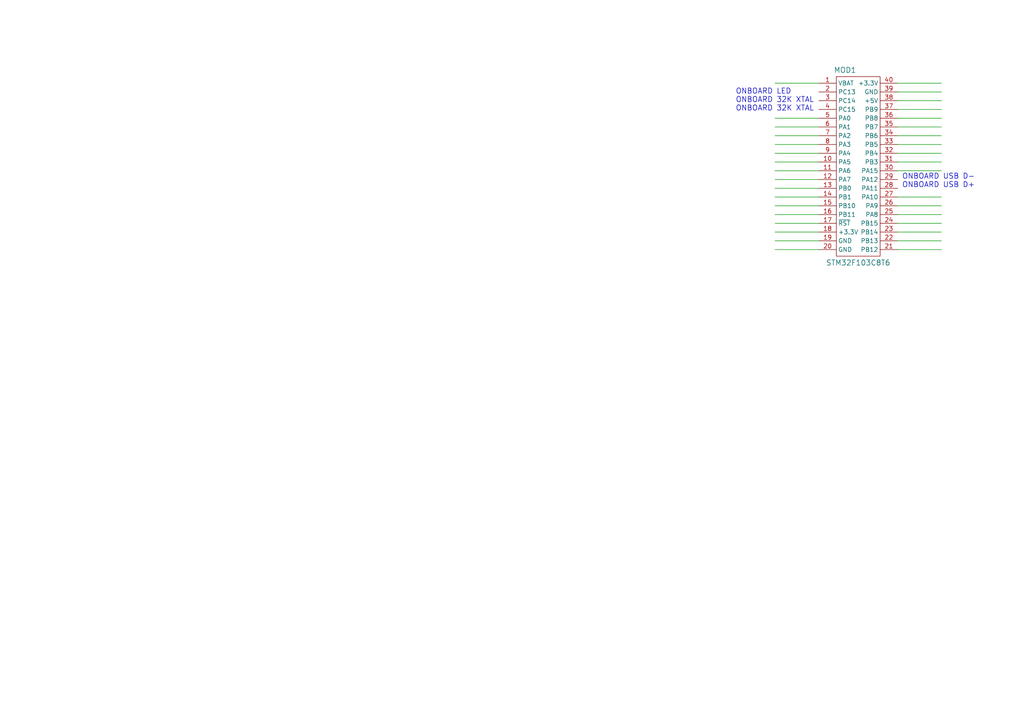
<source format=kicad_sch>
(kicad_sch (version 20230121) (generator eeschema)
  (paper "A4")
  (lib_symbols
    (symbol "Kicad_Template-rescue:STM32F103C8T6"
      (property "Reference" "MOD" (at 2.54 3.81 0))
      (property "Value" "STM32F103C8T6" (at 6.35 -52.07 0))
      (symbol "STM32F103C8T6_0_1"
        (rectangle (start 0 1.905) (end 12.7 -50.165))
      )
      (symbol "STM32F103C8T6_1_1"
        (pin input line (at -5.08 0 0) (length 5.08) (name "VBAT") (number "1"))
        (pin input line (at -5.08 -22.86 0) (length 5.08) (name "PA5") (number "10"))
        (pin input line (at -5.08 -25.4 0) (length 5.08) (name "PA6") (number "11"))
        (pin input line (at -5.08 -27.94 0) (length 5.08) (name "PA7") (number "12"))
        (pin input line (at -5.08 -30.48 0) (length 5.08) (name "PB0") (number "13"))
        (pin input line (at -5.08 -33.02 0) (length 5.08) (name "PB1") (number "14"))
        (pin input line (at -5.08 -35.56 0) (length 5.08) (name "PB10") (number "15"))
        (pin input line (at -5.08 -38.1 0) (length 5.08) (name "PB11") (number "16"))
        (pin input line (at -5.08 -40.64 0) (length 5.08) (name "~{RST}") (number "17"))
        (pin input line (at -5.08 -43.18 0) (length 5.08) (name "+3.3V") (number "18"))
        (pin input line (at -5.08 -45.72 0) (length 5.08) (name "GND") (number "19"))
        (pin input line (at -5.08 -2.54 0) (length 5.08) (name "PC13") (number "2"))
        (pin input line (at -5.08 -48.26 0) (length 5.08) (name "GND") (number "20"))
        (pin input line (at 17.78 -48.26 180) (length 5.08) (name "PB12") (number "21"))
        (pin input line (at 17.78 -45.72 180) (length 5.08) (name "PB13") (number "22"))
        (pin input line (at 17.78 -43.18 180) (length 5.08) (name "PB14") (number "23"))
        (pin input line (at 17.78 -40.64 180) (length 5.08) (name "PB15") (number "24"))
        (pin input line (at 17.78 -38.1 180) (length 5.08) (name "PA8") (number "25"))
        (pin input line (at 17.78 -35.56 180) (length 5.08) (name "PA9") (number "26"))
        (pin input line (at 17.78 -33.02 180) (length 5.08) (name "PA10") (number "27"))
        (pin input line (at 17.78 -30.48 180) (length 5.08) (name "PA11") (number "28"))
        (pin input line (at 17.78 -27.94 180) (length 5.08) (name "PA12") (number "29"))
        (pin input line (at -5.08 -5.08 0) (length 5.08) (name "PC14") (number "3"))
        (pin input line (at 17.78 -25.4 180) (length 5.08) (name "PA15") (number "30"))
        (pin input line (at 17.78 -22.86 180) (length 5.08) (name "PB3") (number "31"))
        (pin input line (at 17.78 -20.32 180) (length 5.08) (name "PB4") (number "32"))
        (pin input line (at 17.78 -17.78 180) (length 5.08) (name "PB5") (number "33"))
        (pin input line (at 17.78 -15.24 180) (length 5.08) (name "PB6") (number "34"))
        (pin input line (at 17.78 -12.7 180) (length 5.08) (name "PB7") (number "35"))
        (pin input line (at 17.78 -10.16 180) (length 5.08) (name "PB8") (number "36"))
        (pin input line (at 17.78 -7.62 180) (length 5.08) (name "PB9") (number "37"))
        (pin input line (at 17.78 -5.08 180) (length 5.08) (name "+5V") (number "38"))
        (pin input line (at 17.78 -2.54 180) (length 5.08) (name "GND") (number "39"))
        (pin input line (at -5.08 -7.62 0) (length 5.08) (name "PC15") (number "4"))
        (pin input line (at 17.78 0 180) (length 5.08) (name "+3.3V") (number "40"))
        (pin input line (at -5.08 -10.16 0) (length 5.08) (name "PA0") (number "5"))
        (pin input line (at -5.08 -12.7 0) (length 5.08) (name "PA1") (number "6"))
        (pin input line (at -5.08 -15.24 0) (length 5.08) (name "PA2") (number "7"))
        (pin input line (at -5.08 -17.78 0) (length 5.08) (name "PA3") (number "8"))
        (pin input line (at -5.08 -20.32 0) (length 5.08) (name "PA4") (number "9"))
      )
    )
  )
  (wire (pts (xy 260.35 57.15) (xy 273.05 57.15)))
  (wire (pts (xy 237.49 44.45) (xy 224.79 44.45)))
  (wire (pts (xy 237.49 54.61) (xy 224.79 54.61)))
  (wire (pts (xy 260.35 49.53) (xy 273.05 49.53)))
  (wire (pts (xy 260.35 41.91) (xy 273.05 41.91)))
  (wire (pts (xy 260.35 72.39) (xy 273.05 72.39)))
  (wire (pts (xy 237.49 41.91) (xy 224.79 41.91)))
  (wire (pts (xy 260.35 26.67) (xy 273.05 26.67)))
  (wire (pts (xy 260.35 39.37) (xy 273.05 39.37)))
  (wire (pts (xy 260.35 29.21) (xy 273.05 29.21)))
  (wire (pts (xy 237.49 57.15) (xy 224.79 57.15)))
  (wire (pts (xy 237.49 34.29) (xy 224.79 34.29)))
  (wire (pts (xy 237.49 46.99) (xy 224.79 46.99)))
  (wire (pts (xy 237.49 24.13) (xy 224.79 24.13)))
  (wire (pts (xy 260.35 64.77) (xy 273.05 64.77)))
  (wire (pts (xy 237.49 67.31) (xy 224.79 67.31)))
  (wire (pts (xy 260.35 24.13) (xy 273.05 24.13)))
  (wire (pts (xy 260.35 31.75) (xy 273.05 31.75)))
  (wire (pts (xy 237.49 52.07) (xy 224.79 52.07)))
  (wire (pts (xy 260.35 69.85) (xy 273.05 69.85)))
  (wire (pts (xy 237.49 49.53) (xy 224.79 49.53)))
  (wire (pts (xy 260.35 44.45) (xy 273.05 44.45)))
  (wire (pts (xy 237.49 69.85) (xy 224.79 69.85)))
  (wire (pts (xy 237.49 62.23) (xy 224.79 62.23)))
  (wire (pts (xy 260.35 59.69) (xy 273.05 59.69)))
  (wire (pts (xy 237.49 36.83) (xy 224.79 36.83)))
  (wire (pts (xy 260.35 62.23) (xy 273.05 62.23)))
  (wire (pts (xy 260.35 36.83) (xy 273.05 36.83)))
  (wire (pts (xy 237.49 39.37) (xy 224.79 39.37)))
  (wire (pts (xy 237.49 64.77) (xy 224.79 64.77)))
  (wire (pts (xy 260.35 67.31) (xy 273.05 67.31)))
  (wire (pts (xy 260.35 46.99) (xy 273.05 46.99)))
  (wire (pts (xy 260.35 34.29) (xy 273.05 34.29)))
  (wire (pts (xy 237.49 72.39) (xy 224.79 72.39)))
  (wire (pts (xy 237.49 59.69) (xy 224.79 59.69)))
  (text "ONBOARD USB D-\nONBOARD USB D+" (at 261.62 54.61 0) (effects (font (size 1.524 1.524)) (justify left bottom)))
  (text "ONBOARD LED\nONBOARD 32K XTAL\nONBOARD 32K XTAL" (at 213.36 32.385 0) (effects (font (size 1.524 1.524)) (justify left bottom)))
  (symbol (lib_id "Kicad_Template-rescue:STM32F103C8T6") (at 242.57 24.13 0) (unit 1)
    (property "Reference" "MOD1" (at 245.11 20.32 0) (effects (font (size 1.524 1.524))))
    (property "Value" "STM32F103C8T6" (at 248.92 76.2 0) (effects (font (size 1.524 1.524))))
    (property "Footprint" "Kicad:DIP40_600MIL" (effects hide))
  )
)
</source>
